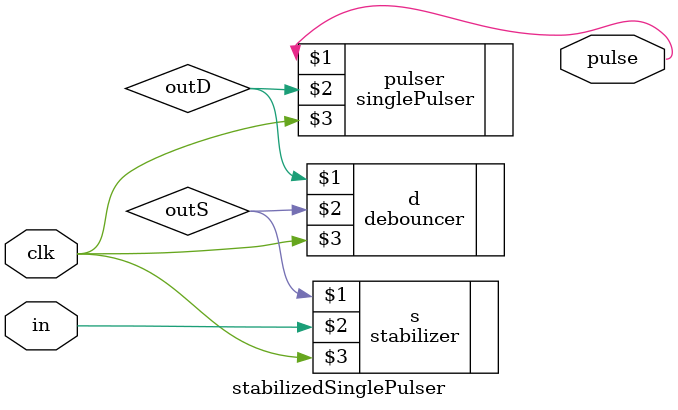
<source format=v>
`timescale 1ns / 1ps


module stabilizedSinglePulser(
    output pulse,
    input in,
    input clk
    );
    
    stabilizer s(outS,in,clk);
    debouncer d(outD,outS,clk);
    
    singlePulser pulser(pulse,outD,clk);
    
endmodule

</source>
